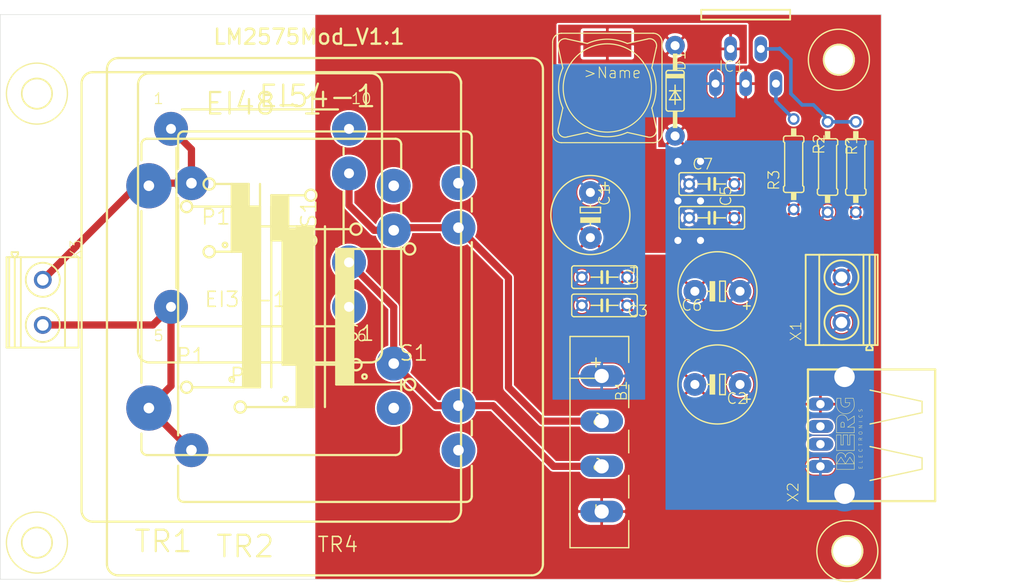
<source format=kicad_pcb>
(kicad_pcb (version 20211014) (generator pcbnew)
  (layers (0 "F.Cu" signal "Top") (31 "B.Cu" signal "Bottom") (34 "B.Paste" user) (35 "F.Paste" user) (36 "B.SilkS" user "B.Silkscreen") (37 "F.SilkS" user "F.Silkscreen") (38 "B.Mask" user) (39 "F.Mask" user) (44 "Edge.Cuts" user))
  (net 0 "")
  (net 1 "GND")
  (net 2 "+5V")
  (net 3 "/VFB")
  (net 4 "/VIN")
  (net 5 "/ON-")
  (net 6 "/VSW")
  (net 7 "Net-(B1-PadAC2)")
  (net 8 "Net-(B1-PadAC1)")
  (net 9 "/AC2")
  (net 10 "/AC1")
  (footprint "LM2575Mod_V1.1:0207_10" (layer "F.Cu") (at 191.9986 90.3986 -90)
    (fp_text reference "R2" (at -1.3208 0.254 90) (layer "F.SilkS") (effects (font (size 1.2065 1.2065) (thickness 0.12065)) (justify left bottom)))
    (fp_text value "METALL 3,09K")
    (pad "1" thru_hole circle locked (at -5.08 0 270) (size 1.3208 1.3208) (drill 0.8128) (layers *.Cu *.Mask) (net 3 "/VFB"))
    (pad "2" thru_hole circle locked (at 5.08 0 270) (size 1.3208 1.3208) (drill 0.8128) (layers *.Cu *.Mask) (net 2 "+5V"))
  )
  (footprint "LM2575Mod_V1.1:0207_10" (layer "F.Cu") (at 195.1736 90.3986 90)
    (fp_text reference "R1" (at 1.2192 0.254 90) (layer "F.SilkS") (effects (font (size 1.2065 1.2065) (thickness 0.12065)) (justify left bottom)))
    (fp_text value "METALL 1,00K")
    (pad "1" thru_hole circle locked (at -5.08 0 90) (size 1.3208 1.3208) (drill 0.8128) (layers *.Cu *.Mask) (net 1 "GND"))
    (pad "2" thru_hole circle locked (at 5.08 0 90) (size 1.3208 1.3208) (drill 0.8128) (layers *.Cu *.Mask) (net 3 "/VFB"))
  )
  (footprint "LM2575Mod_V1.1:E5-8,5" (layer "F.Cu") (at 165.3286 95.7961 -90)
    (fp_text reference "C1" (at -0.9398 -2.286 90) (layer "F.SilkS") (effects (font (size 1.2065 1.2065) (thickness 0.12065)) (justify left bottom)))
    (fp_text value "RAD FC 470/35")
    (pad "+" thru_hole circle locked (at -2.54 0 270) (size 2.54 2.54) (drill 1.016) (layers *.Cu *.Mask) (net 4 "/VIN"))
    (pad "-" thru_hole circle locked (at 2.54 0 270) (size 2.54 2.54) (drill 1.016) (layers *.Cu *.Mask) (net 1 "GND"))
  )
  (footprint "LM2575Mod_V1.1:E5-8,5" (layer "F.Cu") (at 179.6161 114.8461 180)
    (fp_text reference "C2" (at -0.9398 -2.286) (layer "F.SilkS") (effects (font (size 1.2065 1.2065) (thickness 0.12065)) (justify left bottom)))
    (fp_text value "RAD LXZ 16/1K0")
    (pad "+" thru_hole circle locked (at -2.54 0 180) (size 2.54 2.54) (drill 1.016) (layers *.Cu *.Mask) (net 2 "+5V"))
    (pad "-" thru_hole circle locked (at 2.54 0 180) (size 2.54 2.54) (drill 1.016) (layers *.Cu *.Mask) (net 1 "GND"))
  )
  (footprint "LM2575Mod_V1.1:C050-025X075" (layer "F.Cu") (at 166.9161 105.9561)
    (fp_text reference "C3" (at 2.4765 1.3335) (layer "F.SilkS") (effects (font (size 1.2065 1.2065) (thickness 0.12065)) (justify left bottom)))
    (fp_text value "X7R-5 100N")
    (pad "1" thru_hole circle locked (at -2.54 0) (size 1.3208 1.3208) (drill 0.8128) (layers *.Cu *.Mask) (net 4 "/VIN"))
    (pad "2" thru_hole circle locked (at 2.54 0) (size 1.3208 1.3208) (drill 0.8128) (layers *.Cu *.Mask) (net 1 "GND"))
  )
  (footprint "LM2575Mod_V1.1:C050-025X075" (layer "F.Cu") (at 178.9811 96.1136)
    (fp_text reference "C5" (at 2.286 -1.2065 90) (layer "F.SilkS") (effects (font (size 1.2065 1.2065) (thickness 0.12065)) (justify left bottom)))
    (fp_text value "X7R-5 100N")
    (pad "1" thru_hole circle locked (at -2.54 0) (size 1.3208 1.3208) (drill 0.8128) (layers *.Cu *.Mask) (net 2 "+5V"))
    (pad "2" thru_hole circle locked (at 2.54 0) (size 1.3208 1.3208) (drill 0.8128) (layers *.Cu *.Mask) (net 1 "GND"))
  )
  (footprint "LM2575Mod_V1.1:C050-025X075" (layer "F.Cu") (at 166.9161 102.7811)
    (fp_text reference "C4" (at 3.8735 1.016 90) (layer "F.SilkS") (effects (font (size 1.2065 1.2065) (thickness 0.12065)) (justify left bottom)))
    (fp_text value "X7R-5 100N")
    (pad "1" thru_hole circle locked (at -2.54 0) (size 1.3208 1.3208) (drill 0.8128) (layers *.Cu *.Mask) (net 4 "/VIN"))
    (pad "2" thru_hole circle locked (at 2.54 0) (size 1.3208 1.3208) (drill 0.8128) (layers *.Cu *.Mask) (net 1 "GND"))
  )
  (footprint "LM2575Mod_V1.1:TO220-5" (layer "F.Cu") (at 182.7911 77.6986)
    (fp_text reference "IC1" (at -3.1115 2.0955) (layer "F.SilkS") (effects (font (size 1.2065 1.2065) (thickness 0.09652)) (justify left bottom)))
    (fp_text value "LM 2575 T-ADJ")
    (pad "1" thru_hole oval locked (at -3.4 3.32 90) (size 2.816 1.408) (drill 0.9) (layers *.Cu *.Mask) (net 4 "/VIN"))
    (pad "2" thru_hole oval locked (at -1.7 -0.58 90) (size 2.816 1.408) (drill 0.9) (layers *.Cu *.Mask) (net 6 "/VSW"))
    (pad "3" thru_hole oval locked (at 0 3.32 90) (size 2.816 1.408) (drill 0.9) (layers *.Cu *.Mask) (net 1 "GND"))
    (pad "4" thru_hole oval locked (at 1.7 -0.58 90) (size 2.816 1.408) (drill 0.9) (layers *.Cu *.Mask) (net 3 "/VFB"))
    (pad "5" thru_hole oval locked (at 3.4 3.32 90) (size 2.816 1.408) (drill 0.9) (layers *.Cu *.Mask) (net 5 "/ON-"))
  )
  (footprint "LM2575Mod_V1.1:DO35-10-1" (layer "F.Cu") (at 174.8536 81.8261 -90)
    (fp_text reference "D1" (at -2.159 -1.27 90) (layer "F.SilkS") (effects (font (size 1.2065 1.2065) (thickness 0.12065)) (justify left bottom)))
    (fp_text value "1N 5819")
    (pad "A" thru_hole circle locked (at 5.08 0 270) (size 2.1844 2.1844) (drill 1.016) (layers *.Cu *.Mask) (net 1 "GND"))
    (pad "C" thru_hole circle locked (at -5.08 0 270) (size 2.1844 2.1844) (drill 1.016) (layers *.Cu *.Mask) (net 6 "/VSW"))
  )
  (footprint "LM2575Mod_V1.1:3,2" (layer "F.Cu") (at 103.0986 82.1436)
    (fp_text reference "H1" hide)
    (fp_text value "MOUNT-HOLE3.2" hide)
    (pad "" np_thru_hole circle locked (at 0 0) (size 3.2 3.2) (drill 3.2) (layers *.Cu *.Mask))
  )
  (footprint "LM2575Mod_V1.1:3,2" (layer "F.Cu") (at 193.2686 78.3336)
    (fp_text reference "H2" hide)
    (fp_text value "MOUNT-HOLE3.2" hide)
    (pad "" np_thru_hole circle locked (at 0 0) (size 3.2 3.2) (drill 3.2) (layers *.Cu *.Mask))
  )
  (footprint "LM2575Mod_V1.1:3,2" (layer "F.Cu") (at 103.0986 132.6261)
    (fp_text reference "H3" hide)
    (fp_text value "MOUNT-HOLE3.2" hide)
    (pad "" np_thru_hole circle locked (at 0 0) (size 3.2 3.2) (drill 3.2) (layers *.Cu *.Mask))
  )
  (footprint "LM2575Mod_V1.1:3,2" (layer "F.Cu") (at 194.2211 133.5786)
    (fp_text reference "H4" hide)
    (fp_text value "MOUNT-HOLE3.2" hide)
    (pad "" np_thru_hole circle locked (at 0 0) (size 3.2 3.2) (drill 3.2) (layers *.Cu *.Mask))
  )
  (footprint "LM2575Mod_V1.1:KBU" (layer "F.Cu") (at 164.0586 121.5136 -90)
    (fp_text reference "B1" (at -4.699 -5.461 90) (layer "F.SilkS") (effects (font (size 1.2065 1.2065) (thickness 0.12065)) (justify left bottom)))
    (fp_text value "KBU4G DIO")
    (pad "+" thru_hole oval locked (at -7.62 -2.54) (size 4.8006 2.4003) (drill 1.6002) (layers *.Cu *.Mask) (net 4 "/VIN"))
    (pad "-" thru_hole oval locked (at 7.62 -2.54) (size 4.8006 2.4003) (drill 1.6002) (layers *.Cu *.Mask) (net 1 "GND"))
    (pad "AC1" thru_hole oval locked (at -2.54 -2.54) (size 4.8006 2.4003) (drill 1.6002) (layers *.Cu *.Mask) (net 8 "Net-(B1-PadAC1)"))
    (pad "AC2" thru_hole oval locked (at 2.54 -2.54) (size 4.8006 2.4003) (drill 1.6002) (layers *.Cu *.Mask) (net 7 "Net-(B1-PadAC2)"))
  )
  (footprint "LM2575Mod_V1.1:MKDSN1,5_2-5,08" (layer "F.Cu") (at 193.5861 105.3211 90)
    (fp_text reference "X1" (at -4.7511 -4.445 90) (layer "F.SilkS") (effects (font (size 1.2065 1.2065) (thickness 0.09652)) (justify left bottom)))
    (fp_text value "MKDSN1,5_2-5,08")
    (pad "1" thru_hole circle locked (at -2.5611 -0.025 90) (size 2 2) (drill 1.3) (layers *.Cu *.Mask) (net 2 "+5V"))
    (pad "2" thru_hole circle locked (at 2.5189 -0.025 90) (size 2 2) (drill 1.3) (layers *.Cu *.Mask) (net 1 "GND"))
  )
  (footprint "LM2575Mod_V1.1:0207_10" (layer "F.Cu") (at 188.1886 90.0811 90)
    (fp_text reference "R3" (at -3.048 -1.524 90) (layer "F.SilkS") (effects (font (size 1.2065 1.2065) (thickness 0.12065)) (justify left bottom)))
    (fp_text value "1/4W 47K")
    (pad "1" thru_hole circle locked (at -5.08 0 90) (size 1.3208 1.3208) (drill 0.8128) (layers *.Cu *.Mask) (net 1 "GND"))
    (pad "2" thru_hole circle locked (at 5.08 0 90) (size 1.3208 1.3208) (drill 0.8128) (layers *.Cu *.Mask) (net 5 "/ON-"))
  )
  (footprint "LM2575Mod_V1.1:E5-8,5" (layer "F.Cu") (at 179.6161 104.3686 180)
    (fp_text reference "C6" (at 4.1402 -2.286) (layer "F.SilkS") (effects (font (size 1.2065 1.2065) (thickness 0.12065)) (justify left bottom)))
    (fp_text value "RAD LXZ 16/1K0")
    (pad "+" thru_hole circle locked (at -2.54 0 180) (size 2.54 2.54) (drill 1.016) (layers *.Cu *.Mask) (net 2 "+5V"))
    (pad "-" thru_hole circle locked (at 2.54 0 180) (size 2.54 2.54) (drill 1.016) (layers *.Cu *.Mask) (net 1 "GND"))
  )
  (footprint "LM2575Mod_V1.1:C050-025X075" (layer "F.Cu") (at 178.9811 92.3036)
    (fp_text reference "C7" (at -2.286 -1.524) (layer "F.SilkS") (effects (font (size 1.2065 1.2065) (thickness 0.12065)) (justify left bottom)))
    (fp_text value "X7R-5 100N")
    (pad "1" thru_hole circle locked (at -2.54 0) (size 1.3208 1.3208) (drill 0.8128) (layers *.Cu *.Mask) (net 2 "+5V"))
    (pad "2" thru_hole circle locked (at 2.54 0) (size 1.3208 1.3208) (drill 0.8128) (layers *.Cu *.Mask) (net 1 "GND"))
  )
  (footprint "LM2575Mod_V1.1:PIS4728" (layer "F.Cu") (at 167.2336 81.5086)
    (fp_text reference "L1" hide)
    (fp_text value "L-PIS4728 220µ" hide)
    (fp_text user ">Name" (at -2.75 -1) (layer "F.SilkS") (effects (font (size 1.2065 1.2065) (thickness 0.1016)) (justify left bottom)))
    (pad "P$1" smd rect locked (at 0 -4.95) (size 5.4 2.9) (layers "F.Cu" "F.Paste" "F.Mask") (net 6 "/VSW"))
    (pad "P$2" smd rect locked (at 0 4.95) (size 5.4 2.9) (layers "F.Cu" "F.Paste" "F.Mask") (net 2 "+5V"))
  )
  (footprint "LM2575Mod_V1.1:EI54-1" (layer "F.Cu") (at 135.4836 107.2261)
    (fp_text reference "TR1" (at -21.59 26.67) (layer "F.SilkS") (effects (font (size 2.413 2.413) (thickness 0.2413)) (justify left bottom)))
    (fp_text value "EI54-1")
    (fp_text user "S1" (at 8.255 5.08) (layer "F.SilkS") (effects (font (size 1.6891 1.6891) (thickness 0.1778)) (justify left bottom)))
    (fp_text user "P1" (at -10.795 7.62) (layer "F.SilkS") (effects (font (size 1.6891 1.6891) (thickness 0.1778)) (justify left bottom)))
    (fp_text user "EI54-1" (at -7.62 -23.368) (layer "F.SilkS") (effects (font (size 2.413 2.413) (thickness 0.254)) (justify left bottom)))
    (pad "1" thru_hole circle locked (at -15.0114 -15.0114) (size 3.81 3.81) (drill 1.1938) (layers *.Cu *.Mask) (net 10 "/AC1"))
    (pad "7" thru_hole circle locked (at -15.0114 15.0114) (size 3.81 3.81) (drill 1.1938) (layers *.Cu *.Mask) (net 9 "/AC2"))
    (pad "8" thru_hole circle locked (at 15.0114 15.0114) (size 3.81 3.81) (drill 1.1938) (layers *.Cu *.Mask))
    (pad "9" thru_hole circle locked (at 15.0114 10.0076) (size 3.81 3.81) (drill 1.1938) (layers *.Cu *.Mask) (net 7 "Net-(B1-PadAC2)"))
    (pad "13" thru_hole circle locked (at 15.0114 -10.0076) (size 3.81 3.81) (drill 1.1938) (layers *.Cu *.Mask) (net 8 "Net-(B1-PadAC1)"))
    (pad "14" thru_hole circle locked (at 15.0114 -15.0114) (size 3.81 3.81) (drill 1.1938) (layers *.Cu *.Mask))
  )
  (footprint "LM2575Mod_V1.1:MKDSN1,5_2-5,08" (layer "F.Cu") (at 103.7336 105.6386 -90)
    (fp_text reference "X3" (at -4.7511 -4.445 90) (layer "F.SilkS") (effects (font (size 1.2065 1.2065) (thickness 0.09652)) (justify left bottom)))
    (fp_text value "MKDSN1,5_2-5,08")
    (pad "1" thru_hole circle locked (at -2.5611 -0.025 270) (size 2 2) (drill 1.3) (layers *.Cu *.Mask) (net 10 "/AC1"))
    (pad "2" thru_hole circle locked (at 2.5189 -0.025 270) (size 2 2) (drill 1.3) (layers *.Cu *.Mask) (net 9 "/AC2"))
  )
  (footprint "LM2575Mod_V1.1:PN87520" (layer "F.Cu") (at 193.9036 120.5611 90)
    (fp_text reference "X2" (at -7.62 -5.08 90) (layer "F.SilkS") (effects (font (size 1.2065 1.2065) (thickness 0.09652)) (justify left bottom)))
    (fp_text value "PN87520")
    (fp_text user "E L E C T R O N I C S" (at -3.81 2.04 90) (layer "F.SilkS") (effects (font (size 0.38608 0.38608) (thickness 0.032512)) (justify left bottom)))
    (pad "" thru_hole circle locked (at -6.57 0 90) (size 4 4) (drill 2.3) (layers *.Cu *.Mask))
    (pad "" thru_hole circle locked (at 6.57 0 90) (size 4 4) (drill 2.3) (layers *.Cu *.Mask))
    (pad "1" thru_hole oval locked (at -3.5 -2.71 180) (size 2.916 1.458) (drill 0.95) (layers *.Cu *.Mask) (net 2 "+5V"))
    (pad "2" thru_hole oval locked (at -1 -2.71 180) (size 2.916 1.458) (drill 0.95) (layers *.Cu *.Mask))
    (pad "3" thru_hole oval locked (at 1 -2.71 180) (size 2.916 1.458) (drill 0.95) (layers *.Cu *.Mask))
    (pad "4" thru_hole oval locked (at 3.5 -2.71 180) (size 2.916 1.458) (drill 0.95) (layers *.Cu *.Mask) (net 1 "GND"))
  )
  (footprint "LM2575Mod_V1.1:EI48-1" (layer "F.Cu") (at 129.4511 105.0036)
    (fp_text reference "TR2" (at -6.35 29.464) (layer "F.SilkS") (effects (font (size 2.413 2.413) (thickness 0.2413)) (justify left bottom)))
    (fp_text value "EI48-1")
    (fp_text user "P1" (at -10.795 7.62) (layer "F.SilkS") (effects (font (size 1.6891 1.6891) (thickness 0.1778)) (justify left bottom)))
    (fp_text user "S1" (at 8.255 5.08) (layer "F.SilkS") (effects (font (size 1.6891 1.6891) (thickness 0.1778)) (justify left bottom)))
    (fp_text user "EI48-1" (at -7.62 -20.32) (layer "F.SilkS") (effects (font (size 2.413 2.413) (thickness 0.254)) (justify left bottom)))
    (pad "1" thru_hole circle locked (at -13.7668 -12.4968) (size 5.08 5.08) (drill 1.1938) (layers *.Cu *.Mask) (net 10 "/AC1"))
    (pad "6" thru_hole circle locked (at -13.7668 12.4968) (size 5.08 5.08) (drill 1.1938) (layers *.Cu *.Mask) (net 9 "/AC2"))
    (pad "7" thru_hole circle locked (at 13.7668 12.4968) (size 3.81 3.81) (drill 1.1938) (layers *.Cu *.Mask))
    (pad "8" thru_hole circle locked (at 13.7668 7.493) (size 3.81 3.81) (drill 1.1938) (layers *.Cu *.Mask) (net 7 "Net-(B1-PadAC2)"))
    (pad "11" thru_hole circle locked (at 13.7668 -7.493) (size 3.81 3.81) (drill 1.1938) (layers *.Cu *.Mask) (net 8 "Net-(B1-PadAC1)"))
    (pad "12" thru_hole circle locked (at 13.7668 -12.4968) (size 3.81 3.81) (drill 1.1938) (layers *.Cu *.Mask))
  )
  (footprint "LM2575Mod_V1.1:EI30-1" (layer "F.Cu") (at 128.1811 96.1136)
    (fp_text reference "TR4" (at 6.35 37.719) (layer "F.SilkS") (effects (font (size 1.6891 1.6891) (thickness 0.16891)) (justify left bottom)))
    (fp_text value "EI30-1")
    (fp_text user "EI30-1" (at -6.35 10.16) (layer "F.SilkS") (effects (font (size 1.6891 1.6891) (thickness 0.1778)) (justify left bottom)))
    (fp_text user "1" (at -12.065 -12.7) (layer "F.SilkS") (effects (font (size 1.2065 1.2065) (thickness 0.127)) (justify left bottom)))
    (fp_text user "S1" (at 6.477 1.27 90) (layer "F.SilkS") (effects (font (size 1.6891 1.6891) (thickness 0.1778)) (justify left bottom)))
    (fp_text user "10" (at 10.16 -12.7) (layer "F.SilkS") (effects (font (size 1.2065 1.2065) (thickness 0.127)) (justify left bottom)))
    (fp_text user "P1" (at -6.731 0.889) (layer "F.SilkS") (effects (font (size 1.6891 1.6891) (thickness 0.1778)) (justify left bottom)))
    (fp_text user "6" (at 10.795 13.97) (layer "F.SilkS") (effects (font (size 1.2065 1.2065) (thickness 0.127)) (justify left bottom)))
    (fp_text user "5" (at -12.065 13.97) (layer "F.SilkS") (effects (font (size 1.2065 1.2065) (thickness 0.127)) (justify left bottom)))
    (pad "1" thru_hole circle locked (at -10.0076 -10.0076) (size 3.81 3.81) (drill 1.1176) (layers *.Cu *.Mask) (net 10 "/AC1"))
    (pad "5" thru_hole circle locked (at -10.0076 10.0076) (size 3.81 3.81) (drill 1.1176) (layers *.Cu *.Mask) (net 9 "/AC2"))
    (pad "6" thru_hole circle locked (at 10.0076 10.0076) (size 3.81 3.81) (drill 1.1176) (layers *.Cu *.Mask))
    (pad "7" thru_hole circle locked (at 10.0076 5.0038) (size 3.81 3.81) (drill 1.1176) (layers *.Cu *.Mask) (net 7 "Net-(B1-PadAC2)"))
    (pad "9" thru_hole circle locked (at 10.0076 -5.0038) (size 3.81 3.81) (drill 1.1176) (layers *.Cu *.Mask) (net 8 "Net-(B1-PadAC1)"))
    (pad "10" thru_hole circle locked (at 10.0076 -10.0076) (size 3.81 3.81) (drill 1.1176) (layers *.Cu *.Mask))
  )
  (gr_line (start 198.0311 73.2536) (end 98.9711 73.2536) (layer "Edge.Cuts") (width 0.05))
  (gr_line (start 98.9711 73.2536) (end 98.9711 136.7536) (layer "Edge.Cuts") (width 0.05))
  (gr_line (start 198.0311 136.7536) (end 198.0311 73.2536) (layer "Edge.Cuts") (width 0.05))
  (gr_line (start 98.9711 136.7536) (end 198.0311 136.7536) (layer "Edge.Cuts") (width 0.05))
  (gr_text "LM2575Mod_V1.1" (at 122.7836 76.7461) (layer "F.SilkS") (effects (font (size 1.6891 1.6891) (thickness 0.2667)) (justify left bottom)))
  (via (at 175.1711 89.7636) (size 1.2064) (drill 0.8) (layers "F.Cu" "B.Cu") (net 2))
  (via (at 175.1711 98.6536) (size 1.2064) (drill 0.8) (layers "F.Cu" "B.Cu") (net 2))
  (via (at 177.7111 98.6536) (size 1.2064) (drill 0.8) (layers "F.Cu" "B.Cu") (net 2))
  (via (at 177.7111 89.7636) (size 1.2064) (drill 0.8) (layers "F.Cu" "B.Cu") (net 2))
  (via (at 175.1711 94.2086) (size 1.2064) (drill 0.8) (layers "F.Cu" "B.Cu") (net 2))
  (via (at 177.7111 94.2086) (size 1.2064) (drill 0.8) (layers "F.Cu" "B.Cu") (net 2))
  (segment (start 184.4911 77.1186) (end 186.5461 77.1186) (width 0.4064) (layer "B.Cu") (net 3))
  (segment (start 186.5461 77.1186) (end 186.6011 77.0636) (width 0.4064) (layer "B.Cu") (net 3))
  (segment (start 186.6011 77.0636) (end 187.8711 78.3336) (width 0.4064) (layer "B.Cu") (net 3))
  (segment (start 187.8711 78.3336) (end 187.8711 82.1436) (width 0.4064) (layer "B.Cu") (net 3))
  (segment (start 187.8711 82.1436) (end 189.1411 83.4136) (width 0.4064) (layer "B.Cu") (net 3))
  (segment (start 189.1411 83.4136) (end 190.4111 83.4136) (width 0.4064) (layer "B.Cu") (net 3))
  (segment (start 195.1736 85.3186) (end 191.9986 85.3186) (width 0.4064) (layer "B.Cu") (net 3))
  (segment (start 190.4111 83.4136) (end 191.9986 85.0011) (width 0.4064) (layer "B.Cu") (net 3))
  (segment (start 191.9986 85.0011) (end 191.9986 85.3186) (width 0.4064) (layer "B.Cu") (net 3))
  (segment (start 186.1911 83.0036) (end 186.1911 81.0186) (width 0.4064) (layer "B.Cu") (net 5))
  (segment (start 188.1886 85.0011) (end 186.1911 83.0036) (width 0.4064) (layer "B.Cu") (net 5))
  (segment (start 138.1887 101.1174) (end 143.2179 106.1466) (width 0.8128) (layer "F.Cu") (net 7))
  (segment (start 143.2179 106.1466) (end 143.2179 112.4966) (width 0.8128) (layer "F.Cu") (net 7))
  (segment (start 143.2179 112.4966) (end 147.955 117.2337) (width 0.8128) (layer "F.Cu") (net 7))
  (segment (start 147.955 117.2337) (end 150.495 117.2337) (width 0.8128) (layer "F.Cu") (net 7))
  (segment (start 166.5986 124.0536) (end 161.2011 124.0536) (width 0.8128) (layer "F.Cu") (net 7))
  (segment (start 154.3812 117.2337) (end 150.495 117.2337) (width 0.8128) (layer "F.Cu") (net 7))
  (segment (start 161.2011 124.0536) (end 154.3812 117.2337) (width 0.8128) (layer "F.Cu") (net 7))
  (segment (start 156.1211 102.8446) (end 150.495 97.2185) (width 0.8128) (layer "F.Cu") (net 8))
  (segment (start 166.5986 118.9736) (end 159.9311 118.9736) (width 0.8128) (layer "F.Cu") (net 8))
  (segment (start 159.9311 118.9736) (end 156.1211 115.1636) (width 0.8128) (layer "F.Cu") (net 8))
  (segment (start 156.1211 115.1636) (end 156.1211 102.8446) (width 0.8128) (layer "F.Cu") (net 8))
  (segment (start 138.1887 91.1098) (end 138.1887 94.6912) (width 0.8128) (layer "F.Cu") (net 8))
  (segment (start 141.0081 97.5106) (end 143.2179 97.5106) (width 0.8128) (layer "F.Cu") (net 8))
  (segment (start 138.1887 94.6912) (end 141.0081 97.5106) (width 0.8128) (layer "F.Cu") (net 8))
  (segment (start 143.2179 97.5106) (end 143.51 97.2185) (width 0.8128) (layer "F.Cu") (net 8))
  (segment (start 143.51 97.2185) (end 150.495 97.2185) (width 0.8128) (layer "F.Cu") (net 8))
  (segment (start 103.7586 108.1575) (end 116.1372 108.1575) (width 0.8128) (layer "F.Cu") (net 9))
  (segment (start 116.1372 108.1575) (end 118.1735 106.1212) (width 0.8128) (layer "F.Cu") (net 9))
  (segment (start 118.1735 106.1212) (end 118.1735 115.0112) (width 0.8128) (layer "F.Cu") (net 9))
  (segment (start 118.1735 115.0112) (end 115.6843 117.5004) (width 0.8128) (layer "F.Cu") (net 9))
  (segment (start 115.6843 117.5004) (end 120.4214 122.2375) (width 0.8128) (layer "F.Cu") (net 9))
  (segment (start 120.4214 122.2375) (end 120.4722 122.2375) (width 0.8128) (layer "F.Cu") (net 9))
  (segment (start 103.7586 103.0775) (end 114.3293 92.5068) (width 0.8128) (layer "F.Cu") (net 10))
  (segment (start 114.3293 92.5068) (end 115.6843 92.5068) (width 0.8128) (layer "F.Cu") (net 10))
  (segment (start 115.6843 92.5068) (end 115.9764 92.2147) (width 0.8128) (layer "F.Cu") (net 10))
  (segment (start 115.9764 92.2147) (end 120.4722 92.2147) (width 0.8128) (layer "F.Cu") (net 10))
  (segment (start 120.4722 92.2147) (end 120.4722 88.4047) (width 0.8128) (layer "F.Cu") (net 10))
  (segment (start 120.4722 88.4047) (end 118.1735 86.106) (width 0.8128) (layer "F.Cu") (net 10))
  (zone (net 1) (net_name "GND") (layer "F.Cu") (priority 4) (connect_pads (clearance 0.000001)) (min_thickness 0.127) (fill yes (thermal_gap 0.304) (thermal_bridge_width 0.304))
    (polygon (pts (xy 198.1581 136.8806) (xy 134.4041 136.8806) (xy 134.4041 73.1266) (xy 198.1581 73.1266)))
  )
  (zone (net 2) (net_name "+5V") (layer "F.Cu") (priority 6) (connect_pads (clearance 0.000001)) (min_thickness 0.127) (fill yes (thermal_gap 0.304) (thermal_bridge_width 0.304))
    (polygon (pts (xy 172.7581 88.3666) (xy 179.1081 88.3666) (xy 179.1081 100.0506) (xy 168.6941 100.0506) (xy 168.6941 91.1606) (xy 162.9791 91.1606) (xy 162.9791 82.0166) (xy 172.7581 82.0166)))
  )
  (zone (net 6) (net_name "/VSW") (layer "F.Cu") (priority 6) (connect_pads (clearance 0.000001)) (min_thickness 0.127) (fill yes (thermal_gap 0.304) (thermal_bridge_width 0.304))
    (polygon (pts (xy 182.9181 78.7781) (xy 161.7091 78.7781) (xy 161.7091 74.3966) (xy 182.9181 74.3966)))
  )
  (zone (net 2) (net_name "+5V") (layer "B.Cu") (priority 6) (connect_pads (clearance 0.000001)) (min_thickness 0.127) (fill yes (thermal_gap 0.304) (thermal_bridge_width 0.304))
    (polygon (pts (xy 197.2056 128.9431) (xy 173.7741 128.9431) (xy 173.7741 87.4141) (xy 197.2056 87.4141)))
  )
  (zone (net 4) (net_name "/VIN") (layer "B.Cu") (priority 6) (connect_pads (clearance 0.000001)) (min_thickness 0.127) (fill yes (thermal_gap 0.304) (thermal_bridge_width 0.304))
    (polygon (pts (xy 181.6481 84.8106) (xy 171.4881 84.8106) (xy 171.4881 116.5606) (xy 161.0741 116.5606) (xy 161.0741 78.8416) (xy 181.6481 78.8416)))
  )
)
</source>
